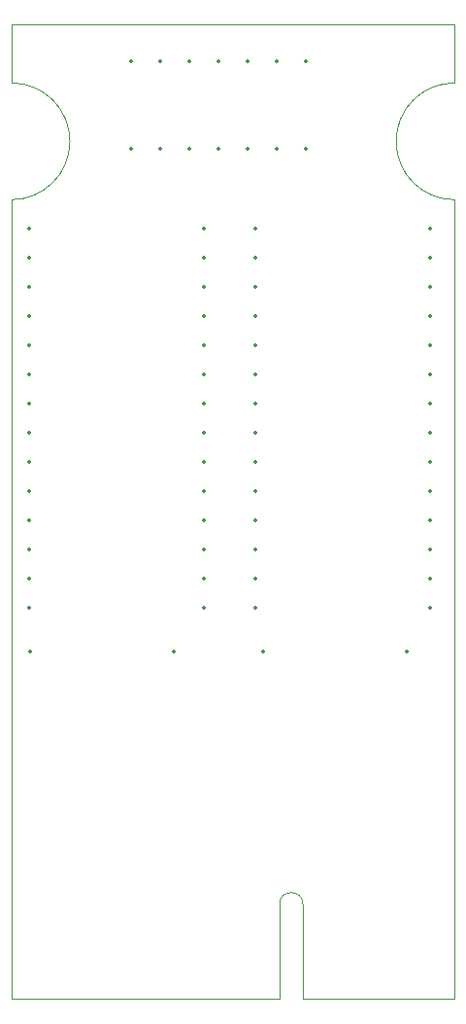
<source format=gbr>
%TF.GenerationSoftware,KiCad,Pcbnew,8.0.6+1*%
%TF.CreationDate,2024-12-12T19:09:56+01:00*%
%TF.ProjectId,QL_ROM_Cartridge_original,514c5f52-4f4d-45f4-9361-727472696467,0*%
%TF.SameCoordinates,Original*%
%TF.FileFunction,Profile,NP*%
%FSLAX46Y46*%
G04 Gerber Fmt 4.6, Leading zero omitted, Abs format (unit mm)*
G04 Created by KiCad (PCBNEW 8.0.6+1) date 2024-12-12 19:09:56*
%MOMM*%
%LPD*%
G01*
G04 APERTURE LIST*
%TA.AperFunction,Profile*%
%ADD10C,0.100000*%
%TD*%
%ADD11C,0.350000*%
G04 APERTURE END LIST*
D10*
X100584000Y-59690000D02*
X61976000Y-59690000D01*
X85344000Y-136271000D02*
X85344000Y-144526000D01*
X100584000Y-74930000D02*
X100584000Y-144526000D01*
X85344000Y-144526000D02*
X61976000Y-144526000D01*
X61976000Y-74930000D02*
X61976000Y-144526000D01*
X87376000Y-144526000D02*
X87376000Y-136271000D01*
X100584000Y-144526000D02*
X87376000Y-144526000D01*
X61976000Y-64770000D02*
G75*
G02*
X61976000Y-74930000I0J-5080000D01*
G01*
X61976000Y-59690000D02*
X61976000Y-64770000D01*
X85344000Y-136271000D02*
G75*
G02*
X87376000Y-136271000I1016000J0D01*
G01*
X100584000Y-64770000D02*
X100584000Y-59690000D01*
X100584000Y-74930000D02*
G75*
G02*
X100584000Y-64770000I0J5080000D01*
G01*
D11*
X98425000Y-110490000D03*
X98425000Y-107950000D03*
X98425000Y-105410000D03*
X98425000Y-102870000D03*
X98425000Y-100330000D03*
X98425000Y-97790000D03*
X98425000Y-95250000D03*
X98425000Y-92710000D03*
X98425000Y-90170000D03*
X98425000Y-87630000D03*
X98425000Y-85090000D03*
X98425000Y-82550000D03*
X98425000Y-80010000D03*
X98425000Y-77470000D03*
X83185000Y-77470000D03*
X83185000Y-80010000D03*
X83185000Y-82550000D03*
X83185000Y-85090000D03*
X83185000Y-87630000D03*
X83185000Y-90170000D03*
X83185000Y-92710000D03*
X83185000Y-95250000D03*
X83185000Y-97790000D03*
X83185000Y-100330000D03*
X83185000Y-102870000D03*
X83185000Y-105410000D03*
X83185000Y-107950000D03*
X83185000Y-110490000D03*
X78745000Y-110480000D03*
X78745000Y-107940000D03*
X78745000Y-105400000D03*
X78745000Y-102860000D03*
X78745000Y-100320000D03*
X78745000Y-97780000D03*
X78745000Y-95240000D03*
X78745000Y-92700000D03*
X78745000Y-90160000D03*
X78745000Y-87620000D03*
X78745000Y-85080000D03*
X78745000Y-82540000D03*
X78745000Y-80000000D03*
X78745000Y-77460000D03*
X63505000Y-77460000D03*
X63505000Y-80000000D03*
X63505000Y-82540000D03*
X63505000Y-85080000D03*
X63505000Y-87620000D03*
X63505000Y-90160000D03*
X63505000Y-92700000D03*
X63505000Y-95240000D03*
X63505000Y-97780000D03*
X63505000Y-100320000D03*
X63505000Y-102860000D03*
X63505000Y-105400000D03*
X63505000Y-107940000D03*
X63505000Y-110480000D03*
X63580000Y-114300000D03*
X76080000Y-114300000D03*
X96420000Y-114300000D03*
X83920000Y-114300000D03*
X72390000Y-70485000D03*
X74930000Y-70485000D03*
X77470000Y-70485000D03*
X80010000Y-70485000D03*
X82550000Y-70485000D03*
X85090000Y-70485000D03*
X87630000Y-70485000D03*
X87630000Y-62865000D03*
X85090000Y-62865000D03*
X82550000Y-62865000D03*
X80010000Y-62865000D03*
X77470000Y-62865000D03*
X74930000Y-62865000D03*
X72390000Y-62865000D03*
M02*

</source>
